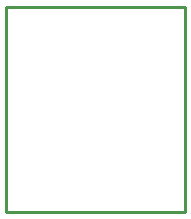
<source format=gbr>
G04 EAGLE Gerber RS-274X export*
G75*
%MOMM*%
%FSLAX34Y34*%
%LPD*%
%IN*%
%IPPOS*%
%AMOC8*
5,1,8,0,0,1.08239X$1,22.5*%
G01*
%ADD10C,0.254000*%


D10*
X0Y0D02*
X151640Y0D01*
X151640Y173890D01*
X0Y173890D01*
X0Y0D01*
M02*

</source>
